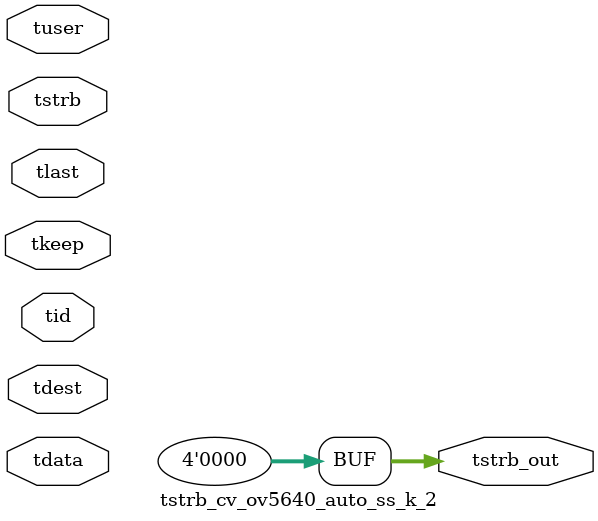
<source format=v>


`timescale 1ps/1ps

module tstrb_cv_ov5640_auto_ss_k_2 #
(
parameter C_S_AXIS_TDATA_WIDTH = 32,
parameter C_S_AXIS_TUSER_WIDTH = 0,
parameter C_S_AXIS_TID_WIDTH   = 0,
parameter C_S_AXIS_TDEST_WIDTH = 0,
parameter C_M_AXIS_TDATA_WIDTH = 32
)
(
input  [(C_S_AXIS_TDATA_WIDTH == 0 ? 1 : C_S_AXIS_TDATA_WIDTH)-1:0     ] tdata,
input  [(C_S_AXIS_TUSER_WIDTH == 0 ? 1 : C_S_AXIS_TUSER_WIDTH)-1:0     ] tuser,
input  [(C_S_AXIS_TID_WIDTH   == 0 ? 1 : C_S_AXIS_TID_WIDTH)-1:0       ] tid,
input  [(C_S_AXIS_TDEST_WIDTH == 0 ? 1 : C_S_AXIS_TDEST_WIDTH)-1:0     ] tdest,
input  [(C_S_AXIS_TDATA_WIDTH/8)-1:0 ] tkeep,
input  [(C_S_AXIS_TDATA_WIDTH/8)-1:0 ] tstrb,
input                                                                    tlast,
output [(C_M_AXIS_TDATA_WIDTH/8)-1:0 ] tstrb_out
);

assign tstrb_out = {1'b0};

endmodule


</source>
